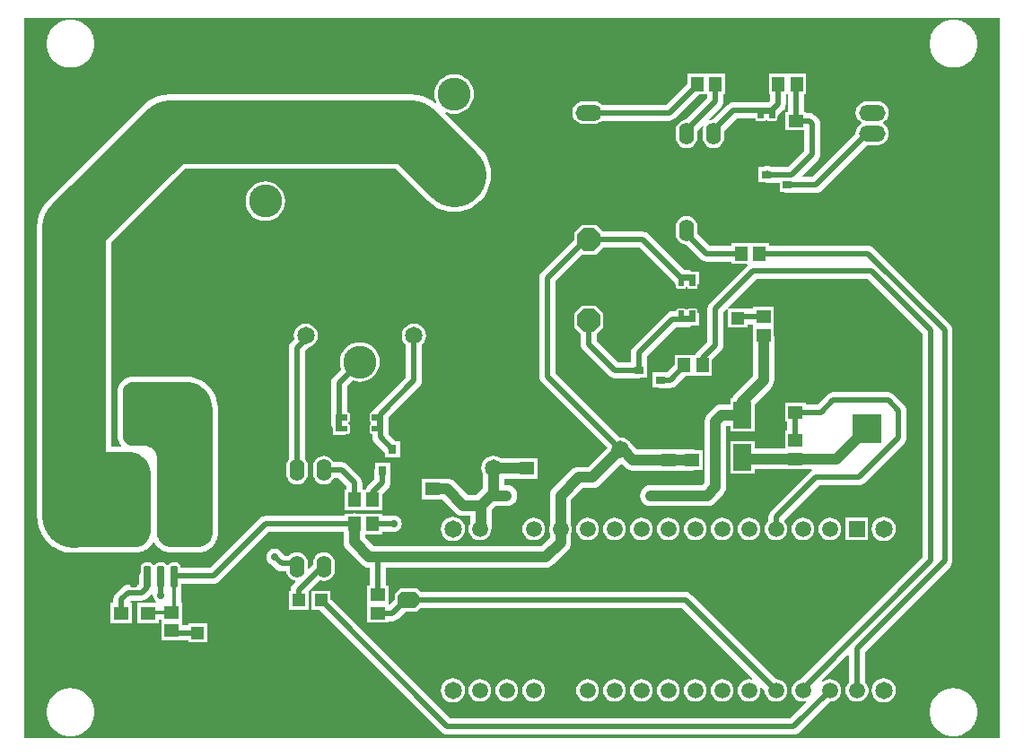
<source format=gtl>
G04*
G04 #@! TF.GenerationSoftware,Altium Limited,Altium Designer,19.1.8 (144)*
G04*
G04 Layer_Physical_Order=1*
G04 Layer_Color=255*
%FSLAX25Y25*%
%MOIN*%
G70*
G01*
G75*
%ADD10C,0.01968*%
%ADD44R,0.05315X0.04528*%
G04:AMPARAMS|DCode=45|XSize=77.56mil|YSize=23.62mil|CornerRadius=2.95mil|HoleSize=0mil|Usage=FLASHONLY|Rotation=270.000|XOffset=0mil|YOffset=0mil|HoleType=Round|Shape=RoundedRectangle|*
%AMROUNDEDRECTD45*
21,1,0.07756,0.01772,0,0,270.0*
21,1,0.07165,0.02362,0,0,270.0*
1,1,0.00591,-0.00886,-0.03583*
1,1,0.00591,-0.00886,0.03583*
1,1,0.00591,0.00886,0.03583*
1,1,0.00591,0.00886,-0.03583*
%
%ADD45ROUNDEDRECTD45*%
%ADD46R,0.03150X0.03543*%
%ADD47O,0.05512X0.08268*%
%ADD48R,0.04724X0.04724*%
%ADD49R,0.06693X0.09843*%
%ADD50R,0.03543X0.03150*%
%ADD51R,0.02362X0.06496*%
%ADD52R,0.05512X0.05118*%
%ADD53R,0.06496X0.02362*%
%ADD54R,0.04724X0.04724*%
%ADD55R,0.04528X0.05315*%
%ADD56C,0.03937*%
%ADD57C,0.01181*%
%ADD58C,0.01000*%
%ADD59C,0.23622*%
G04:AMPARAMS|DCode=60|XSize=80mil|YSize=60mil|CornerRadius=0mil|HoleSize=0mil|Usage=FLASHONLY|Rotation=180.000|XOffset=0mil|YOffset=0mil|HoleType=Round|Shape=Octagon|*
%AMOCTAGOND60*
4,1,8,-0.04000,0.01500,-0.04000,-0.01500,-0.02500,-0.03000,0.02500,-0.03000,0.04000,-0.01500,0.04000,0.01500,0.02500,0.03000,-0.02500,0.03000,-0.04000,0.01500,0.0*
%
%ADD60OCTAGOND60*%

%ADD61R,0.10925X0.10925*%
%ADD62C,0.10925*%
%ADD63C,0.12268*%
%ADD64C,0.06496*%
%ADD65C,0.06500*%
%ADD66P,0.07036X8X202.5*%
%ADD67P,0.09200X8X112.5*%
%ADD68R,0.05937X0.05937*%
%ADD69C,0.05937*%
%ADD70O,0.09843X0.05906*%
%ADD71C,0.02756*%
G36*
X366108Y3971D02*
X3971D01*
Y271620D01*
X366108D01*
Y3971D01*
D02*
G37*
%LPC*%
G36*
X349694Y270905D02*
X348337D01*
X348143Y270866D01*
X347946D01*
X346615Y270601D01*
X346432Y270526D01*
X346238Y270487D01*
X344984Y269968D01*
X344820Y269858D01*
X344637Y269782D01*
X343509Y269028D01*
X343369Y268888D01*
X343205Y268779D01*
X342245Y267819D01*
X342135Y267655D01*
X341995Y267515D01*
X341241Y266387D01*
X341166Y266204D01*
X341056Y266039D01*
X340536Y264786D01*
X340498Y264592D01*
X340422Y264409D01*
X340158Y263078D01*
Y262880D01*
X340119Y262686D01*
Y261329D01*
X340158Y261135D01*
Y260938D01*
X340422Y259607D01*
X340498Y259424D01*
X340536Y259230D01*
X341056Y257976D01*
X341166Y257812D01*
X341241Y257629D01*
X341995Y256501D01*
X342135Y256361D01*
X342245Y256197D01*
X343205Y255237D01*
X343369Y255127D01*
X343509Y254987D01*
X344637Y254233D01*
X344820Y254158D01*
X344984Y254048D01*
X346238Y253529D01*
X346432Y253490D01*
X346615Y253414D01*
X347946Y253150D01*
X348143D01*
X348337Y253111D01*
X349694D01*
X349888Y253150D01*
X350086D01*
X351417Y253414D01*
X351600Y253490D01*
X351794Y253529D01*
X353047Y254048D01*
X353212Y254158D01*
X353394Y254233D01*
X354523Y254987D01*
X354663Y255127D01*
X354827Y255237D01*
X355787Y256197D01*
X355896Y256361D01*
X356036Y256501D01*
X356790Y257629D01*
X356866Y257812D01*
X356976Y257976D01*
X357495Y259230D01*
X357534Y259424D01*
X357609Y259607D01*
X357874Y260938D01*
Y261135D01*
X357913Y261329D01*
Y262686D01*
X357874Y262880D01*
Y263078D01*
X357609Y264409D01*
X357534Y264592D01*
X357495Y264786D01*
X356976Y266039D01*
X356866Y266204D01*
X356790Y266387D01*
X356036Y267515D01*
X355896Y267655D01*
X355787Y267819D01*
X354827Y268779D01*
X354663Y268888D01*
X354523Y269028D01*
X353394Y269782D01*
X353212Y269858D01*
X353047Y269968D01*
X351794Y270487D01*
X351600Y270526D01*
X351417Y270601D01*
X350086Y270866D01*
X349888D01*
X349694Y270905D01*
D02*
G37*
G36*
X21742D02*
X20384D01*
X20190Y270866D01*
X19993D01*
X18662Y270601D01*
X18479Y270526D01*
X18285Y270487D01*
X17031Y269968D01*
X16867Y269858D01*
X16684Y269782D01*
X15556Y269028D01*
X15416Y268888D01*
X15252Y268779D01*
X14292Y267819D01*
X14182Y267655D01*
X14042Y267515D01*
X13288Y266387D01*
X13213Y266204D01*
X13103Y266039D01*
X12584Y264786D01*
X12545Y264592D01*
X12470Y264409D01*
X12205Y263078D01*
Y262880D01*
X12166Y262686D01*
Y261329D01*
X12205Y261135D01*
Y260938D01*
X12470Y259607D01*
X12545Y259424D01*
X12584Y259230D01*
X13103Y257976D01*
X13213Y257812D01*
X13288Y257629D01*
X14042Y256501D01*
X14182Y256361D01*
X14292Y256197D01*
X15252Y255237D01*
X15416Y255127D01*
X15556Y254987D01*
X16684Y254233D01*
X16867Y254158D01*
X17031Y254048D01*
X18285Y253529D01*
X18479Y253490D01*
X18662Y253414D01*
X19993Y253150D01*
X20190D01*
X20384Y253111D01*
X21742D01*
X21935Y253150D01*
X22133D01*
X23464Y253414D01*
X23647Y253490D01*
X23841Y253529D01*
X25095Y254048D01*
X25259Y254158D01*
X25442Y254233D01*
X26570Y254987D01*
X26710Y255127D01*
X26874Y255237D01*
X27834Y256197D01*
X27944Y256361D01*
X28083Y256501D01*
X28837Y257629D01*
X28913Y257812D01*
X29023Y257976D01*
X29542Y259230D01*
X29581Y259424D01*
X29656Y259607D01*
X29921Y260938D01*
Y261135D01*
X29960Y261329D01*
Y262686D01*
X29921Y262880D01*
Y263078D01*
X29656Y264409D01*
X29581Y264592D01*
X29542Y264786D01*
X29023Y266039D01*
X28913Y266204D01*
X28837Y266387D01*
X28083Y267515D01*
X27944Y267655D01*
X27834Y267819D01*
X26874Y268779D01*
X26710Y268888D01*
X26570Y269028D01*
X25442Y269782D01*
X25259Y269858D01*
X25095Y269968D01*
X23841Y270487D01*
X23647Y270526D01*
X23464Y270601D01*
X22133Y270866D01*
X21936D01*
X21742Y270905D01*
D02*
G37*
G36*
X163583Y250676D02*
X162145Y250535D01*
X160763Y250115D01*
X159488Y249434D01*
X158372Y248518D01*
X157455Y247401D01*
X156774Y246127D01*
X156355Y244745D01*
X156213Y243307D01*
X156355Y241869D01*
X156774Y240487D01*
X156952Y240154D01*
X156556Y239836D01*
X155762Y240513D01*
X153913Y241646D01*
X151909Y242476D01*
X149800Y242983D01*
X147638Y243153D01*
X57797D01*
X55634Y242983D01*
X53525Y242476D01*
X51521Y241646D01*
X49672Y240513D01*
X48023Y239104D01*
X12633Y203715D01*
X11225Y202066D01*
X10091Y200217D01*
X9262Y198213D01*
X8755Y196104D01*
X8585Y193941D01*
Y86614D01*
X8755Y84452D01*
X9262Y82343D01*
X10091Y80339D01*
X10265Y80056D01*
X10978Y78821D01*
X11065Y78722D01*
X11124Y78603D01*
X12028Y77425D01*
X12127Y77337D01*
X12201Y77227D01*
X13251Y76177D01*
X13361Y76104D01*
X13448Y76004D01*
X14627Y75100D01*
X14745Y75041D01*
X14845Y74954D01*
X16131Y74212D01*
X16257Y74169D01*
X16367Y74095D01*
X17739Y73527D01*
X17869Y73501D01*
X17987Y73443D01*
X19422Y73058D01*
X19554Y73050D01*
X19679Y73007D01*
X21152Y72813D01*
X21284Y72822D01*
X21414Y72796D01*
X22356D01*
X22407Y72792D01*
X22458Y72796D01*
X45275Y72796D01*
X45339Y72809D01*
X45404Y72800D01*
X45986Y72838D01*
X46178Y72889D01*
X46376Y72901D01*
X47503Y73203D01*
X47681Y73290D01*
X47872Y73341D01*
X48919Y73857D01*
X49076Y73978D01*
X49254Y74066D01*
X50179Y74776D01*
X50310Y74926D01*
X50467Y75046D01*
X51235Y75924D01*
X51334Y76096D01*
X51465Y76246D01*
X51623Y76521D01*
X51719Y76557D01*
X52204Y76529D01*
X52676Y75823D01*
X52816Y75683D01*
X52925Y75519D01*
X53671Y74773D01*
X53836Y74663D01*
X53975Y74523D01*
X54852Y73937D01*
X55035Y73862D01*
X55199Y73752D01*
X56173Y73348D01*
X56367Y73310D01*
X56550Y73234D01*
X57584Y73028D01*
X57782D01*
X57976Y72990D01*
X58503Y72990D01*
X68558Y72990D01*
X69070Y72990D01*
X69262Y73028D01*
X69458Y73027D01*
X70462Y73225D01*
X70643Y73299D01*
X70836Y73337D01*
X71783Y73725D01*
X71947Y73833D01*
X72128Y73907D01*
X72983Y74471D01*
X73122Y74608D01*
X73286Y74716D01*
X74016Y75434D01*
X74126Y75596D01*
X74265Y75734D01*
X74843Y76579D01*
X74919Y76760D01*
X75030Y76921D01*
X75433Y77863D01*
X75473Y78054D01*
X75551Y78234D01*
X75764Y79236D01*
X75767Y79432D01*
X75808Y79623D01*
X75816Y80135D01*
X75816Y80135D01*
X75905Y85953D01*
X75904Y85961D01*
X75905Y85969D01*
X75989Y97605D01*
X75987Y97613D01*
X75989Y97622D01*
X75977Y109258D01*
X75976Y109266D01*
X75977Y109274D01*
X75870Y120911D01*
X75868Y120919D01*
X75870Y120927D01*
X75768Y126744D01*
X75768Y126744D01*
X75752Y127687D01*
X75710Y127878D01*
X75707Y128073D01*
X75311Y129917D01*
X75234Y130096D01*
X75193Y130288D01*
X74449Y132020D01*
X74338Y132181D01*
X74261Y132361D01*
X73197Y133917D01*
X73057Y134054D01*
X72947Y134215D01*
X71602Y135537D01*
X71439Y135644D01*
X71300Y135782D01*
X69725Y136819D01*
X69544Y136892D01*
X69381Y137000D01*
X67636Y137714D01*
X67444Y137752D01*
X67263Y137826D01*
X65413Y138190D01*
X65218Y138189D01*
X65026Y138227D01*
X64083Y138227D01*
X44094Y138227D01*
X44093Y138227D01*
X43745Y138227D01*
X43551Y138189D01*
X43354D01*
X42669Y138053D01*
X42487Y137977D01*
X42293Y137938D01*
X41648Y137671D01*
X41484Y137562D01*
X41301Y137486D01*
X40721Y137098D01*
X40581Y136958D01*
X40416Y136848D01*
X39923Y136355D01*
X39813Y136191D01*
X39673Y136051D01*
X39286Y135470D01*
X39210Y135288D01*
X39100Y135124D01*
X38833Y134479D01*
X38794Y134285D01*
X38719Y134102D01*
X38583Y133418D01*
Y133220D01*
X38544Y133026D01*
X38544Y132677D01*
X38544Y116535D01*
X38544Y116147D01*
X38583Y115954D01*
Y115756D01*
X38734Y114995D01*
X38810Y114813D01*
X38848Y114619D01*
X39145Y113902D01*
X39255Y113738D01*
X39331Y113555D01*
X39761Y112910D01*
X39901Y112771D01*
X39913Y112753D01*
X39708Y112253D01*
X36229D01*
Y188216D01*
X63522Y215509D01*
X141912D01*
X153809Y203612D01*
X155458Y202203D01*
X157308Y201070D01*
X159311Y200240D01*
X161420Y199734D01*
X163583Y199564D01*
X165745Y199734D01*
X167854Y200240D01*
X169858Y201070D01*
X171707Y202203D01*
X173356Y203612D01*
X174765Y205261D01*
X175898Y207111D01*
X176728Y209115D01*
X177235Y211224D01*
X177405Y213386D01*
X177235Y215548D01*
X176728Y217657D01*
X175898Y219661D01*
X174765Y221510D01*
X173356Y223160D01*
X160379Y236137D01*
X160680Y236543D01*
X160763Y236499D01*
X162145Y236079D01*
X163583Y235938D01*
X165020Y236079D01*
X166403Y236499D01*
X167677Y237180D01*
X168794Y238096D01*
X169710Y239213D01*
X170391Y240487D01*
X170810Y241869D01*
X170952Y243307D01*
X170810Y244745D01*
X170391Y246127D01*
X169710Y247401D01*
X168794Y248518D01*
X167677Y249434D01*
X166403Y250115D01*
X165020Y250535D01*
X163583Y250676D01*
D02*
G37*
G36*
X294310Y250905D02*
X280493D01*
Y243190D01*
X280880D01*
Y240781D01*
X280361Y240262D01*
X267284D01*
X266513Y240160D01*
X265794Y239863D01*
X265178Y239389D01*
X259666Y233878D01*
X258889Y233775D01*
X258557Y233638D01*
X258274Y234062D01*
X262755Y238544D01*
X262755Y238544D01*
X263229Y239160D01*
X263526Y239879D01*
X263628Y240650D01*
Y243190D01*
X264113D01*
Y250905D01*
X250296D01*
Y247402D01*
X242290Y239396D01*
X218492D01*
X217646Y240045D01*
X216635Y240463D01*
X215551Y240606D01*
X211614D01*
X210530Y240463D01*
X209520Y240045D01*
X208652Y239379D01*
X207987Y238512D01*
X207568Y237501D01*
X207426Y236417D01*
X207568Y235333D01*
X207987Y234323D01*
X208652Y233455D01*
X209520Y232790D01*
X210530Y232371D01*
X211614Y232229D01*
X215551D01*
X216635Y232371D01*
X217646Y232790D01*
X218492Y233439D01*
X243524D01*
X244294Y233541D01*
X245013Y233838D01*
X245630Y234311D01*
X254508Y243190D01*
X257671D01*
Y241883D01*
X249666Y233878D01*
X248889Y233775D01*
X247926Y233377D01*
X247100Y232743D01*
X246466Y231916D01*
X246067Y230954D01*
X245931Y229921D01*
Y227165D01*
X246067Y226133D01*
X246466Y225170D01*
X247100Y224344D01*
X247926Y223710D01*
X248889Y223311D01*
X249921Y223175D01*
X250954Y223311D01*
X251916Y223710D01*
X252743Y224344D01*
X253377Y225170D01*
X253775Y226133D01*
X253911Y227165D01*
Y229699D01*
X255781Y231569D01*
X256205Y231286D01*
X256067Y230954D01*
X255931Y229921D01*
Y227165D01*
X256067Y226133D01*
X256466Y225170D01*
X257100Y224344D01*
X257926Y223710D01*
X258889Y223311D01*
X259921Y223175D01*
X260954Y223311D01*
X261916Y223710D01*
X262743Y224344D01*
X263377Y225170D01*
X263775Y226133D01*
X263911Y227165D01*
Y229699D01*
X268517Y234305D01*
X275464D01*
Y234134D01*
X275526Y233822D01*
X275703Y233557D01*
X275967Y233380D01*
X276279Y233318D01*
X278543D01*
X278855Y233380D01*
X279120Y233557D01*
X279259Y233766D01*
X279528Y233796D01*
X279796Y233766D01*
X279935Y233557D01*
X280200Y233380D01*
X280512Y233318D01*
X282776D01*
X283088Y233380D01*
X283352Y233557D01*
X283529Y233822D01*
X283591Y234134D01*
Y234902D01*
X283976D01*
Y235453D01*
X285964Y237441D01*
X286438Y238058D01*
X286735Y238776D01*
X286837Y239547D01*
X286837Y239547D01*
Y243190D01*
X287573D01*
Y236732D01*
X286694D01*
Y229804D01*
X293675D01*
Y222297D01*
X287743Y216364D01*
X281398D01*
X280692Y216656D01*
X279921Y216758D01*
X279151Y216656D01*
X278432Y216359D01*
X278174Y216161D01*
X276556D01*
Y213436D01*
X276549Y213386D01*
X276556Y213336D01*
Y210611D01*
X278511D01*
X278757Y210509D01*
X279528Y210408D01*
X284430D01*
Y209696D01*
X284423Y209646D01*
X284430Y209596D01*
Y206871D01*
X286385D01*
X286631Y206769D01*
X287402Y206667D01*
X298031D01*
X298802Y206769D01*
X299521Y207066D01*
X300137Y207540D01*
X316952Y224355D01*
X320866D01*
X321950Y224497D01*
X322960Y224916D01*
X323828Y225582D01*
X324494Y226449D01*
X324912Y227459D01*
X325055Y228543D01*
X324912Y229627D01*
X324494Y230638D01*
X323828Y231505D01*
X322960Y232171D01*
X322817Y232230D01*
Y232730D01*
X322960Y232790D01*
X323828Y233455D01*
X324494Y234323D01*
X324912Y235333D01*
X325055Y236417D01*
X324912Y237501D01*
X324494Y238512D01*
X323828Y239379D01*
X322960Y240045D01*
X321950Y240463D01*
X320866Y240606D01*
X316929D01*
X315845Y240463D01*
X314835Y240045D01*
X313967Y239379D01*
X313302Y238512D01*
X312883Y237501D01*
X312740Y236417D01*
X312883Y235333D01*
X313302Y234323D01*
X313967Y233455D01*
X314835Y232790D01*
X314979Y232730D01*
Y232230D01*
X314835Y232171D01*
X313967Y231505D01*
X313302Y230638D01*
X312883Y229627D01*
X312744Y228570D01*
X296798Y212624D01*
X293080D01*
X292888Y213086D01*
X298760Y218957D01*
X299233Y219574D01*
X299530Y220292D01*
X299632Y221063D01*
X299632Y221063D01*
Y232115D01*
X299530Y232885D01*
X299233Y233604D01*
X298760Y234221D01*
X297606Y235374D01*
X296989Y235847D01*
X296271Y236144D01*
X295500Y236246D01*
X294409D01*
Y236732D01*
X293529D01*
Y243190D01*
X294310D01*
Y250905D01*
D02*
G37*
G36*
X93504Y210913D02*
X92066Y210771D01*
X90684Y210352D01*
X89410Y209671D01*
X88293Y208754D01*
X87377Y207638D01*
X86696Y206363D01*
X86276Y204981D01*
X86135Y203543D01*
X86276Y202106D01*
X86696Y200723D01*
X87377Y199449D01*
X88293Y198332D01*
X89410Y197416D01*
X90684Y196735D01*
X92066Y196316D01*
X93504Y196174D01*
X94942Y196316D01*
X96324Y196735D01*
X97598Y197416D01*
X98715Y198332D01*
X99631Y199449D01*
X100312Y200723D01*
X100732Y202106D01*
X100873Y203543D01*
X100732Y204981D01*
X100312Y206363D01*
X99631Y207638D01*
X98715Y208754D01*
X97598Y209671D01*
X96324Y210352D01*
X94942Y210771D01*
X93504Y210913D01*
D02*
G37*
G36*
X216308Y194663D02*
X210858D01*
X208133Y191938D01*
Y189116D01*
X196162Y177145D01*
X195688Y176529D01*
X195391Y175810D01*
X195290Y175039D01*
Y138347D01*
X195391Y137576D01*
X195688Y136857D01*
X196162Y136240D01*
X220480Y111922D01*
X213316Y104758D01*
X209803D01*
X208775Y104623D01*
X207818Y104226D01*
X206995Y103595D01*
X200302Y96902D01*
X199671Y96080D01*
X199275Y95122D01*
X199139Y94095D01*
Y82960D01*
X199049Y82742D01*
X198906Y81653D01*
X199049Y80565D01*
X199139Y80348D01*
Y78377D01*
X195993Y75231D01*
X133668D01*
X130447Y78452D01*
Y79706D01*
X136830D01*
Y80654D01*
X141131D01*
X141902Y80755D01*
X142620Y81053D01*
X143237Y81526D01*
X143306Y81595D01*
X143779Y82212D01*
X144077Y82931D01*
X144178Y83701D01*
X144077Y84472D01*
X143779Y85190D01*
X143306Y85807D01*
X142689Y86281D01*
X141971Y86578D01*
X141200Y86680D01*
X140674Y86610D01*
X136830D01*
Y87420D01*
X127338D01*
X126476Y87534D01*
X125614Y87420D01*
X123013D01*
Y86541D01*
X93470D01*
X92699Y86440D01*
X91981Y86142D01*
X91364Y85669D01*
X91364Y85669D01*
X72926Y67231D01*
X62076D01*
Y67658D01*
X61960Y68241D01*
X61629Y68735D01*
X61135Y69066D01*
X60551Y69182D01*
X58780D01*
X58196Y69066D01*
X57701Y68735D01*
X57443Y68349D01*
X57268Y68310D01*
X57063D01*
X56888Y68349D01*
X56629Y68735D01*
X56135Y69066D01*
X55551Y69182D01*
X53780D01*
X53196Y69066D01*
X52701Y68735D01*
X52443Y68349D01*
X52268Y68310D01*
X52063D01*
X51888Y68349D01*
X51629Y68735D01*
X51135Y69066D01*
X50551Y69182D01*
X48779D01*
X48196Y69066D01*
X47701Y68735D01*
X47371Y68241D01*
X47255Y67658D01*
Y65784D01*
X47086Y65564D01*
X46789Y64846D01*
X46687Y64075D01*
Y61330D01*
X46406Y61049D01*
X42573D01*
X41802Y60948D01*
X41084Y60650D01*
X40467Y60177D01*
X40467Y60177D01*
X37874Y57584D01*
X37401Y56967D01*
X37104Y56249D01*
X37002Y55478D01*
Y54153D01*
X36024D01*
Y46635D01*
X43936D01*
Y54153D01*
X43574D01*
X43367Y54653D01*
X43807Y55093D01*
X47639D01*
X48410Y55194D01*
X49128Y55492D01*
X49745Y55965D01*
X51225Y57445D01*
X51687Y57253D01*
Y57087D01*
X51789Y56316D01*
X52086Y55598D01*
X52559Y54981D01*
X52987Y54653D01*
X52817Y54153D01*
X45867D01*
Y46635D01*
X53779D01*
Y48108D01*
X54824D01*
Y40335D01*
X58353D01*
X58599Y40233D01*
X59370Y40132D01*
X64765D01*
Y39548D01*
X71889D01*
Y46672D01*
X64765D01*
Y46088D01*
X62539D01*
Y47225D01*
Y54153D01*
X62247D01*
Y61275D01*
X74160D01*
X74931Y61376D01*
X75649Y61674D01*
X76266Y62147D01*
X94704Y80585D01*
X122505D01*
Y76807D01*
X122641Y75779D01*
X123037Y74822D01*
X123669Y73999D01*
X129216Y68452D01*
X130038Y67821D01*
X130996Y67424D01*
X132024Y67289D01*
X132258D01*
Y60747D01*
X131379D01*
Y53820D01*
Y46930D01*
X139094D01*
Y47416D01*
X140748D01*
X141519Y47517D01*
X142237Y47815D01*
X142854Y48288D01*
X145642Y51076D01*
X149753D01*
X150975Y52297D01*
X248255D01*
X274375Y26177D01*
X274268Y25897D01*
X274120Y25725D01*
X273110Y25858D01*
X272022Y25715D01*
X271008Y25295D01*
X270137Y24627D01*
X269469Y23756D01*
X269049Y22742D01*
X268906Y21654D01*
X269049Y20565D01*
X269469Y19551D01*
X270137Y18680D01*
X271008Y18012D01*
X272022Y17592D01*
X273110Y17449D01*
X274198Y17592D01*
X275213Y18012D01*
X276083Y18680D01*
X276751Y19551D01*
X277171Y20565D01*
X277315Y21654D01*
X277182Y22663D01*
X277353Y22811D01*
X277633Y22919D01*
X278907Y21645D01*
X279049Y20565D01*
X279469Y19551D01*
X280137Y18680D01*
X281008Y18012D01*
X282022Y17592D01*
X283110Y17449D01*
X284198Y17592D01*
X285212Y18012D01*
X286083Y18680D01*
X286751Y19551D01*
X287172Y20565D01*
X287315Y21654D01*
X287172Y22742D01*
X286751Y23756D01*
X286083Y24627D01*
X285212Y25295D01*
X284198Y25715D01*
X283119Y25857D01*
X251594Y57381D01*
X250977Y57855D01*
X250259Y58152D01*
X249488Y58254D01*
X150975D01*
X149753Y59476D01*
X143553D01*
X141454Y57376D01*
Y55311D01*
X139594Y53451D01*
X139094Y53563D01*
Y60747D01*
X138215D01*
Y67289D01*
X197638D01*
X198666Y67424D01*
X199623Y67821D01*
X200446Y68452D01*
X205918Y73924D01*
X206549Y74747D01*
X206946Y75704D01*
X207081Y76732D01*
Y80348D01*
X207172Y80565D01*
X207315Y81653D01*
X207172Y82742D01*
X207081Y82960D01*
Y92450D01*
X211448Y96816D01*
X214961D01*
X215988Y96952D01*
X216946Y97348D01*
X217769Y97979D01*
X225741Y105951D01*
X227216Y104476D01*
X228039Y103844D01*
X228996Y103448D01*
X230024Y103313D01*
X251969D01*
X252996Y103448D01*
X253181Y103524D01*
X255924D01*
Y107169D01*
X255940Y107283D01*
X255924Y107398D01*
Y111042D01*
X253181D01*
X252996Y111119D01*
X251969Y111254D01*
X231669D01*
X228895Y114028D01*
X228781Y114116D01*
X228568Y114394D01*
X227638Y115108D01*
X226555Y115556D01*
X225394Y115709D01*
X225149Y115677D01*
X201246Y139580D01*
Y173806D01*
X211203Y183763D01*
X216308D01*
X218779Y186234D01*
X232487D01*
X245552Y173169D01*
Y172619D01*
X245936D01*
Y171850D01*
X245998Y171538D01*
X246175Y171274D01*
X246440Y171097D01*
X246752Y171035D01*
X249016D01*
X249328Y171097D01*
X249592Y171274D01*
X249732Y171482D01*
X250000Y171512D01*
X250268Y171482D01*
X250408Y171274D01*
X250672Y171097D01*
X250984Y171035D01*
X253248D01*
X253560Y171097D01*
X253825Y171274D01*
X254002Y171538D01*
X254064Y171850D01*
Y172619D01*
X254448D01*
Y177381D01*
X251747D01*
X251489Y177579D01*
X250771Y177877D01*
X250000Y177978D01*
X249167D01*
X235826Y191319D01*
X235210Y191792D01*
X234491Y192089D01*
X233720Y192191D01*
X218779D01*
X216308Y194663D01*
D02*
G37*
G36*
Y164663D02*
X210858D01*
X208133Y161938D01*
Y156488D01*
X210604Y154016D01*
Y150276D01*
X210706Y149505D01*
X211003Y148786D01*
X211477Y148170D01*
X221004Y138642D01*
X221004Y138642D01*
X221621Y138169D01*
X222339Y137871D01*
X223110Y137770D01*
X232283D01*
X233054Y137871D01*
X233300Y137973D01*
X235255D01*
Y140698D01*
X235262Y140748D01*
Y146010D01*
X245919Y156667D01*
X250000D01*
X250771Y156769D01*
X251489Y157066D01*
X251747Y157265D01*
X254448D01*
Y162027D01*
X254064D01*
Y162795D01*
X254002Y163107D01*
X253825Y163372D01*
X253560Y163549D01*
X253248Y163611D01*
X250984D01*
X250672Y163549D01*
X250408Y163372D01*
X250268Y163163D01*
X250000Y163133D01*
X249732Y163163D01*
X249592Y163372D01*
X249328Y163549D01*
X249016Y163611D01*
X246752D01*
X246440Y163549D01*
X246175Y163372D01*
X245998Y163107D01*
X245936Y162795D01*
Y162624D01*
X244685D01*
X244685Y162624D01*
X244300Y162573D01*
X243914Y162522D01*
X243196Y162225D01*
X242579Y161752D01*
X230177Y149350D01*
X229704Y148733D01*
X229407Y148015D01*
X229305Y147244D01*
Y143726D01*
X224344D01*
X216561Y151509D01*
Y154016D01*
X219033Y156488D01*
Y161938D01*
X216308Y164663D01*
D02*
G37*
G36*
X128543Y151070D02*
X127106Y150928D01*
X125723Y150509D01*
X124449Y149828D01*
X123332Y148912D01*
X122416Y147795D01*
X121735Y146521D01*
X121316Y145139D01*
X121174Y143701D01*
X121316Y142263D01*
X121683Y141052D01*
X118760Y138129D01*
X118287Y137513D01*
X117989Y136794D01*
X117888Y136024D01*
Y121063D01*
X117989Y120292D01*
X118287Y119574D01*
X118485Y119316D01*
Y116615D01*
X123247D01*
Y116999D01*
X124016D01*
X124328Y117061D01*
X124592Y117238D01*
X124769Y117503D01*
X124831Y117815D01*
Y120079D01*
X124769Y120391D01*
X124592Y120656D01*
X124384Y120795D01*
X124354Y121063D01*
X124384Y121331D01*
X124592Y121470D01*
X124769Y121735D01*
X124831Y122047D01*
Y124311D01*
X124769Y124623D01*
X124592Y124888D01*
X124328Y125065D01*
X124016Y125127D01*
X123844D01*
Y134790D01*
X125895Y136840D01*
X127106Y136473D01*
X128543Y136331D01*
X129981Y136473D01*
X131363Y136892D01*
X132638Y137573D01*
X133754Y138490D01*
X134671Y139607D01*
X135352Y140881D01*
X135771Y142263D01*
X135913Y143701D01*
X135771Y145139D01*
X135352Y146521D01*
X134671Y147795D01*
X133754Y148912D01*
X132638Y149828D01*
X131363Y150509D01*
X129981Y150928D01*
X128543Y151070D01*
D02*
G37*
G36*
X304331Y132506D02*
X303560Y132404D01*
X302842Y132107D01*
X302225Y131633D01*
X302225Y131633D01*
X298569Y127978D01*
X294212D01*
Y128464D01*
X286497D01*
Y121536D01*
X287376D01*
Y118129D01*
X286497D01*
Y111747D01*
X275216D01*
Y114389D01*
X266123D01*
Y102146D01*
X275216D01*
Y103805D01*
X296327D01*
X296418Y103620D01*
X296462Y103305D01*
X295926Y102893D01*
X295925Y102893D01*
X281260Y88228D01*
X280787Y87611D01*
X280489Y86893D01*
X280388Y86122D01*
Y84819D01*
X280137Y84627D01*
X279469Y83756D01*
X279049Y82742D01*
X278906Y81653D01*
X279049Y80565D01*
X279469Y79551D01*
X280137Y78680D01*
X281008Y78012D01*
X282022Y77592D01*
X283110Y77449D01*
X284198Y77592D01*
X285212Y78012D01*
X286083Y78680D01*
X286751Y79551D01*
X287172Y80565D01*
X287315Y81653D01*
X287172Y82742D01*
X286751Y83756D01*
X286344Y84286D01*
Y84888D01*
X299265Y97809D01*
X313779D01*
X314550Y97911D01*
X315269Y98208D01*
X315885Y98681D01*
X330846Y113642D01*
X330846Y113642D01*
X331319Y114259D01*
X331617Y114977D01*
X331718Y115748D01*
X331718Y115748D01*
Y125591D01*
X331617Y126361D01*
X331319Y127080D01*
X330846Y127697D01*
X330846Y127697D01*
X326909Y131633D01*
X326292Y132107D01*
X325574Y132404D01*
X324803Y132506D01*
X304331D01*
X304331Y132506D01*
D02*
G37*
G36*
X148622Y158030D02*
X147461Y157877D01*
X146379Y157429D01*
X145450Y156716D01*
X144737Y155787D01*
X144289Y154704D01*
X144136Y153543D01*
X144289Y152382D01*
X144737Y151300D01*
X145450Y150371D01*
X145644Y150222D01*
Y138046D01*
X134115Y126517D01*
X133641Y125900D01*
X133344Y125182D01*
X133336Y125127D01*
X133071D01*
X132759Y125065D01*
X132494Y124888D01*
X132317Y124623D01*
X132255Y124311D01*
Y122047D01*
X132317Y121735D01*
X132494Y121470D01*
X132703Y121331D01*
X132733Y121063D01*
X132703Y120795D01*
X132494Y120656D01*
X132317Y120391D01*
X132255Y120079D01*
Y117815D01*
X132317Y117503D01*
X132494Y117238D01*
X132759Y117061D01*
X133071Y116999D01*
X133242D01*
Y115802D01*
X133344Y115031D01*
X133641Y114313D01*
X134115Y113696D01*
X137973Y109838D01*
Y108249D01*
X140698D01*
X140748Y108242D01*
X140798Y108249D01*
X143523D01*
Y110204D01*
X143625Y110450D01*
X143726Y111221D01*
Y111275D01*
X143726Y111275D01*
X143726Y111275D01*
Y111417D01*
X143625Y112188D01*
X143523Y112434D01*
Y114192D01*
X142043D01*
X139199Y117036D01*
Y121063D01*
Y123177D01*
X150728Y134707D01*
X151201Y135324D01*
X151499Y136042D01*
X151600Y136813D01*
X151600Y136813D01*
Y150222D01*
X151794Y150371D01*
X152507Y151300D01*
X152956Y152382D01*
X153109Y153543D01*
X152956Y154704D01*
X152507Y155787D01*
X151794Y156716D01*
X150865Y157429D01*
X149783Y157877D01*
X148622Y158030D01*
D02*
G37*
G36*
X108465D02*
X107303Y157877D01*
X106221Y157429D01*
X105292Y156716D01*
X104579Y155787D01*
X104131Y154704D01*
X103978Y153543D01*
X104131Y152382D01*
X104185Y152251D01*
X103130Y151196D01*
X102657Y150579D01*
X102359Y149861D01*
X102258Y149090D01*
Y107538D01*
X101781Y106916D01*
X101382Y105954D01*
X101246Y104921D01*
Y102165D01*
X101382Y101133D01*
X101781Y100170D01*
X102415Y99344D01*
X103241Y98710D01*
X104203Y98311D01*
X105236Y98175D01*
X106269Y98311D01*
X107231Y98710D01*
X108058Y99344D01*
X108692Y100170D01*
X109090Y101133D01*
X109226Y102165D01*
Y104921D01*
X109090Y105954D01*
X108692Y106916D01*
X108214Y107538D01*
Y147856D01*
X109559Y149201D01*
X109626Y149210D01*
X110708Y149658D01*
X111637Y150371D01*
X112350Y151300D01*
X112798Y152382D01*
X112951Y153543D01*
X112798Y154704D01*
X112350Y155787D01*
X111637Y156716D01*
X110708Y157429D01*
X109626Y157877D01*
X108465Y158030D01*
D02*
G37*
G36*
X178228Y108819D02*
X177067Y108666D01*
X175984Y108218D01*
X175055Y107504D01*
X174341Y106575D01*
X173893Y105492D01*
X173740Y104331D01*
X173893Y103169D01*
X174257Y102289D01*
Y96820D01*
X171848Y94411D01*
X168685D01*
X163831Y99265D01*
X163009Y99896D01*
X162051Y100292D01*
X161024Y100428D01*
X155512D01*
X154484Y100292D01*
X154299Y100216D01*
X151556D01*
Y96571D01*
X151541Y96457D01*
X151556Y96342D01*
Y92698D01*
X154299D01*
X154484Y92621D01*
X155512Y92486D01*
X159379D01*
X164233Y87632D01*
X165055Y87001D01*
X166013Y86604D01*
X167041Y86469D01*
X169522D01*
Y83825D01*
X169469Y83756D01*
X169049Y82742D01*
X168906Y81653D01*
X169049Y80565D01*
X169469Y79551D01*
X170137Y78680D01*
X171008Y78012D01*
X172022Y77592D01*
X173110Y77449D01*
X174198Y77592D01*
X175213Y78012D01*
X176083Y78680D01*
X176751Y79551D01*
X177172Y80565D01*
X177184Y80659D01*
X177329Y81008D01*
X177464Y82036D01*
Y88795D01*
X178793Y90123D01*
X183071D01*
X184099Y90259D01*
X185056Y90655D01*
X185879Y91287D01*
X186510Y92109D01*
X186907Y93067D01*
X187042Y94095D01*
X186907Y95122D01*
X186510Y96080D01*
X185879Y96902D01*
X185056Y97534D01*
X184099Y97930D01*
X183071Y98066D01*
X182199D01*
Y100163D01*
X190748D01*
X191776Y100298D01*
X191961Y100375D01*
X194704D01*
Y104019D01*
X194719Y104134D01*
X194704Y104248D01*
Y107893D01*
X191961D01*
X191776Y107969D01*
X190748Y108105D01*
X180620D01*
X180473Y108218D01*
X179390Y108666D01*
X178228Y108819D01*
D02*
G37*
G36*
X115236Y108911D02*
X114204Y108775D01*
X113241Y108377D01*
X112415Y107743D01*
X111781Y106916D01*
X111382Y105954D01*
X111246Y104921D01*
Y102165D01*
X111382Y101133D01*
X111781Y100170D01*
X112415Y99344D01*
X113241Y98710D01*
X114204Y98311D01*
X115236Y98175D01*
X116269Y98311D01*
X117231Y98710D01*
X118058Y99344D01*
X118692Y100170D01*
X118855Y100565D01*
X120618D01*
X123498Y97685D01*
Y96377D01*
X123013D01*
Y88662D01*
X136830D01*
Y94529D01*
X139114Y96813D01*
X139114Y96813D01*
X139587Y97430D01*
X139885Y98148D01*
X139986Y98919D01*
Y103347D01*
X139885Y104117D01*
X139783Y104363D01*
Y106318D01*
X137058D01*
X137008Y106325D01*
X136958Y106318D01*
X134233D01*
Y104363D01*
X134131Y104117D01*
X134030Y103347D01*
Y100153D01*
X131260Y97383D01*
X130787Y96766D01*
X130626Y96377D01*
X129455D01*
Y98919D01*
X129455Y98919D01*
X129404Y99304D01*
X129353Y99690D01*
X129056Y100408D01*
X128582Y101025D01*
X123958Y105649D01*
X123341Y106123D01*
X122623Y106420D01*
X121852Y106521D01*
X118855D01*
X118692Y106916D01*
X118058Y107743D01*
X117231Y108377D01*
X116269Y108775D01*
X115236Y108911D01*
D02*
G37*
G36*
X317279Y85822D02*
X308942D01*
Y77485D01*
X317279D01*
Y85822D01*
D02*
G37*
G36*
X303110Y85858D02*
X302022Y85715D01*
X301008Y85295D01*
X300137Y84627D01*
X299469Y83756D01*
X299049Y82742D01*
X298906Y81653D01*
X299049Y80565D01*
X299469Y79551D01*
X300137Y78680D01*
X301008Y78012D01*
X302022Y77592D01*
X303110Y77449D01*
X304198Y77592D01*
X305212Y78012D01*
X306083Y78680D01*
X306751Y79551D01*
X307172Y80565D01*
X307315Y81653D01*
X307172Y82742D01*
X306751Y83756D01*
X306083Y84627D01*
X305212Y85295D01*
X304198Y85715D01*
X303110Y85858D01*
D02*
G37*
G36*
X293110D02*
X292022Y85715D01*
X291008Y85295D01*
X290137Y84627D01*
X289469Y83756D01*
X289049Y82742D01*
X288906Y81653D01*
X289049Y80565D01*
X289469Y79551D01*
X290137Y78680D01*
X291008Y78012D01*
X292022Y77592D01*
X293110Y77449D01*
X294198Y77592D01*
X295213Y78012D01*
X296083Y78680D01*
X296751Y79551D01*
X297171Y80565D01*
X297315Y81653D01*
X297171Y82742D01*
X296751Y83756D01*
X296083Y84627D01*
X295213Y85295D01*
X294198Y85715D01*
X293110Y85858D01*
D02*
G37*
G36*
X273110D02*
X272022Y85715D01*
X271008Y85295D01*
X270137Y84627D01*
X269469Y83756D01*
X269049Y82742D01*
X268906Y81653D01*
X269049Y80565D01*
X269469Y79551D01*
X270137Y78680D01*
X271008Y78012D01*
X272022Y77592D01*
X273110Y77449D01*
X274198Y77592D01*
X275213Y78012D01*
X276083Y78680D01*
X276751Y79551D01*
X277171Y80565D01*
X277315Y81653D01*
X277171Y82742D01*
X276751Y83756D01*
X276083Y84627D01*
X275213Y85295D01*
X274198Y85715D01*
X273110Y85858D01*
D02*
G37*
G36*
X263110D02*
X262022Y85715D01*
X261008Y85295D01*
X260137Y84627D01*
X259469Y83756D01*
X259049Y82742D01*
X258906Y81653D01*
X259049Y80565D01*
X259469Y79551D01*
X260137Y78680D01*
X261008Y78012D01*
X262022Y77592D01*
X263110Y77449D01*
X264198Y77592D01*
X265212Y78012D01*
X266083Y78680D01*
X266751Y79551D01*
X267172Y80565D01*
X267315Y81653D01*
X267172Y82742D01*
X266751Y83756D01*
X266083Y84627D01*
X265212Y85295D01*
X264198Y85715D01*
X263110Y85858D01*
D02*
G37*
G36*
X253110D02*
X252022Y85715D01*
X251008Y85295D01*
X250137Y84627D01*
X249469Y83756D01*
X249049Y82742D01*
X248906Y81653D01*
X249049Y80565D01*
X249469Y79551D01*
X250137Y78680D01*
X251008Y78012D01*
X252022Y77592D01*
X253110Y77449D01*
X254198Y77592D01*
X255212Y78012D01*
X256083Y78680D01*
X256751Y79551D01*
X257172Y80565D01*
X257315Y81653D01*
X257172Y82742D01*
X256751Y83756D01*
X256083Y84627D01*
X255212Y85295D01*
X254198Y85715D01*
X253110Y85858D01*
D02*
G37*
G36*
X243110D02*
X242022Y85715D01*
X241008Y85295D01*
X240137Y84627D01*
X239469Y83756D01*
X239049Y82742D01*
X238906Y81653D01*
X239049Y80565D01*
X239469Y79551D01*
X240137Y78680D01*
X241008Y78012D01*
X242022Y77592D01*
X243110Y77449D01*
X244198Y77592D01*
X245213Y78012D01*
X246083Y78680D01*
X246751Y79551D01*
X247171Y80565D01*
X247315Y81653D01*
X247171Y82742D01*
X246751Y83756D01*
X246083Y84627D01*
X245213Y85295D01*
X244198Y85715D01*
X243110Y85858D01*
D02*
G37*
G36*
X233110D02*
X232022Y85715D01*
X231008Y85295D01*
X230137Y84627D01*
X229469Y83756D01*
X229049Y82742D01*
X228906Y81653D01*
X229049Y80565D01*
X229469Y79551D01*
X230137Y78680D01*
X231008Y78012D01*
X232022Y77592D01*
X233110Y77449D01*
X234198Y77592D01*
X235212Y78012D01*
X236083Y78680D01*
X236751Y79551D01*
X237172Y80565D01*
X237315Y81653D01*
X237172Y82742D01*
X236751Y83756D01*
X236083Y84627D01*
X235212Y85295D01*
X234198Y85715D01*
X233110Y85858D01*
D02*
G37*
G36*
X223110D02*
X222022Y85715D01*
X221008Y85295D01*
X220137Y84627D01*
X219469Y83756D01*
X219049Y82742D01*
X218906Y81653D01*
X219049Y80565D01*
X219469Y79551D01*
X220137Y78680D01*
X221008Y78012D01*
X222022Y77592D01*
X223110Y77449D01*
X224198Y77592D01*
X225213Y78012D01*
X226083Y78680D01*
X226751Y79551D01*
X227171Y80565D01*
X227315Y81653D01*
X227171Y82742D01*
X226751Y83756D01*
X226083Y84627D01*
X225213Y85295D01*
X224198Y85715D01*
X223110Y85858D01*
D02*
G37*
G36*
X213110D02*
X212022Y85715D01*
X211008Y85295D01*
X210137Y84627D01*
X209469Y83756D01*
X209049Y82742D01*
X208906Y81653D01*
X209049Y80565D01*
X209469Y79551D01*
X210137Y78680D01*
X211008Y78012D01*
X212022Y77592D01*
X213110Y77449D01*
X214198Y77592D01*
X215212Y78012D01*
X216083Y78680D01*
X216751Y79551D01*
X217172Y80565D01*
X217315Y81653D01*
X217172Y82742D01*
X216751Y83756D01*
X216083Y84627D01*
X215212Y85295D01*
X214198Y85715D01*
X213110Y85858D01*
D02*
G37*
G36*
X193110D02*
X192022Y85715D01*
X191008Y85295D01*
X190137Y84627D01*
X189469Y83756D01*
X189049Y82742D01*
X188906Y81653D01*
X189049Y80565D01*
X189469Y79551D01*
X190137Y78680D01*
X191008Y78012D01*
X192022Y77592D01*
X193110Y77449D01*
X194198Y77592D01*
X195212Y78012D01*
X196083Y78680D01*
X196751Y79551D01*
X197171Y80565D01*
X197315Y81653D01*
X197171Y82742D01*
X196751Y83756D01*
X196083Y84627D01*
X195212Y85295D01*
X194198Y85715D01*
X193110Y85858D01*
D02*
G37*
G36*
X323110Y86142D02*
X321949Y85989D01*
X320866Y85541D01*
X319936Y84827D01*
X319223Y83898D01*
X318775Y82815D01*
X318622Y81653D01*
X318775Y80492D01*
X319223Y79409D01*
X319936Y78480D01*
X320866Y77767D01*
X321949Y77318D01*
X323110Y77165D01*
X324272Y77318D01*
X325354Y77767D01*
X326284Y78480D01*
X326997Y79409D01*
X327446Y80492D01*
X327599Y81653D01*
X327446Y82815D01*
X326997Y83898D01*
X326284Y84827D01*
X325354Y85541D01*
X324272Y85989D01*
X323110Y86142D01*
D02*
G37*
G36*
X163110D02*
X161949Y85989D01*
X160866Y85541D01*
X159936Y84827D01*
X159223Y83898D01*
X158775Y82815D01*
X158622Y81653D01*
X158775Y80492D01*
X159223Y79409D01*
X159936Y78480D01*
X160866Y77767D01*
X161949Y77318D01*
X163110Y77165D01*
X164272Y77318D01*
X165354Y77767D01*
X166284Y78480D01*
X166997Y79409D01*
X167446Y80492D01*
X167599Y81653D01*
X167446Y82815D01*
X166997Y83898D01*
X166284Y84827D01*
X165354Y85541D01*
X164272Y85989D01*
X163110Y86142D01*
D02*
G37*
G36*
X97063Y74238D02*
X96850D01*
X96080Y74137D01*
X95361Y73839D01*
X94744Y73366D01*
X94271Y72749D01*
X93974Y72031D01*
X93872Y71260D01*
X93974Y70489D01*
X94271Y69771D01*
X94744Y69154D01*
X95361Y68681D01*
X95480Y68631D01*
X97422Y66690D01*
X97422Y66690D01*
X98038Y66217D01*
X98757Y65919D01*
X99528Y65817D01*
X99528Y65818D01*
X101315D01*
X101382Y65306D01*
X101781Y64344D01*
X102415Y63517D01*
X103241Y62883D01*
X104203Y62485D01*
X104456Y62451D01*
X104616Y61978D01*
X103800Y61161D01*
X103326Y60544D01*
X103029Y59826D01*
X102927Y59055D01*
Y58680D01*
X102343D01*
Y51556D01*
X109468D01*
Y58406D01*
X113739Y62677D01*
X114204Y62485D01*
X115236Y62349D01*
X116269Y62485D01*
X117231Y62883D01*
X118058Y63517D01*
X118692Y64344D01*
X119090Y65306D01*
X119226Y66339D01*
Y69095D01*
X119090Y70127D01*
X118692Y71090D01*
X118058Y71916D01*
X117231Y72550D01*
X116269Y72949D01*
X115236Y73084D01*
X114204Y72949D01*
X113241Y72550D01*
X112415Y71916D01*
X111781Y71090D01*
X111382Y70127D01*
X111246Y69095D01*
Y68570D01*
X111083Y68445D01*
X109688Y67050D01*
X109226Y67241D01*
Y69095D01*
X109090Y70127D01*
X108692Y71090D01*
X108058Y71916D01*
X107231Y72550D01*
X106269Y72949D01*
X105236Y73084D01*
X104203Y72949D01*
X103241Y72550D01*
X102415Y71916D01*
X102306Y71774D01*
X100761D01*
X99169Y73366D01*
X98553Y73839D01*
X97834Y74137D01*
X97063Y74238D01*
D02*
G37*
G36*
X263110Y25858D02*
X262022Y25715D01*
X261008Y25295D01*
X260137Y24627D01*
X259469Y23756D01*
X259049Y22742D01*
X258906Y21654D01*
X259049Y20565D01*
X259469Y19551D01*
X260137Y18680D01*
X261008Y18012D01*
X262022Y17592D01*
X263110Y17449D01*
X264198Y17592D01*
X265212Y18012D01*
X266083Y18680D01*
X266751Y19551D01*
X267172Y20565D01*
X267315Y21654D01*
X267172Y22742D01*
X266751Y23756D01*
X266083Y24627D01*
X265212Y25295D01*
X264198Y25715D01*
X263110Y25858D01*
D02*
G37*
G36*
X253110D02*
X252022Y25715D01*
X251008Y25295D01*
X250137Y24627D01*
X249469Y23756D01*
X249049Y22742D01*
X248906Y21654D01*
X249049Y20565D01*
X249469Y19551D01*
X250137Y18680D01*
X251008Y18012D01*
X252022Y17592D01*
X253110Y17449D01*
X254198Y17592D01*
X255212Y18012D01*
X256083Y18680D01*
X256751Y19551D01*
X257172Y20565D01*
X257315Y21654D01*
X257172Y22742D01*
X256751Y23756D01*
X256083Y24627D01*
X255212Y25295D01*
X254198Y25715D01*
X253110Y25858D01*
D02*
G37*
G36*
X243110D02*
X242022Y25715D01*
X241008Y25295D01*
X240137Y24627D01*
X239469Y23756D01*
X239049Y22742D01*
X238906Y21654D01*
X239049Y20565D01*
X239469Y19551D01*
X240137Y18680D01*
X241008Y18012D01*
X242022Y17592D01*
X243110Y17449D01*
X244198Y17592D01*
X245213Y18012D01*
X246083Y18680D01*
X246751Y19551D01*
X247171Y20565D01*
X247315Y21654D01*
X247171Y22742D01*
X246751Y23756D01*
X246083Y24627D01*
X245213Y25295D01*
X244198Y25715D01*
X243110Y25858D01*
D02*
G37*
G36*
X233110D02*
X232022Y25715D01*
X231008Y25295D01*
X230137Y24627D01*
X229469Y23756D01*
X229049Y22742D01*
X228906Y21654D01*
X229049Y20565D01*
X229469Y19551D01*
X230137Y18680D01*
X231008Y18012D01*
X232022Y17592D01*
X233110Y17449D01*
X234198Y17592D01*
X235212Y18012D01*
X236083Y18680D01*
X236751Y19551D01*
X237172Y20565D01*
X237315Y21654D01*
X237172Y22742D01*
X236751Y23756D01*
X236083Y24627D01*
X235212Y25295D01*
X234198Y25715D01*
X233110Y25858D01*
D02*
G37*
G36*
X223110D02*
X222022Y25715D01*
X221008Y25295D01*
X220137Y24627D01*
X219469Y23756D01*
X219049Y22742D01*
X218906Y21654D01*
X219049Y20565D01*
X219469Y19551D01*
X220137Y18680D01*
X221008Y18012D01*
X222022Y17592D01*
X223110Y17449D01*
X224198Y17592D01*
X225213Y18012D01*
X226083Y18680D01*
X226751Y19551D01*
X227171Y20565D01*
X227315Y21654D01*
X227171Y22742D01*
X226751Y23756D01*
X226083Y24627D01*
X225213Y25295D01*
X224198Y25715D01*
X223110Y25858D01*
D02*
G37*
G36*
X213110D02*
X212022Y25715D01*
X211008Y25295D01*
X210137Y24627D01*
X209469Y23756D01*
X209049Y22742D01*
X208906Y21654D01*
X209049Y20565D01*
X209469Y19551D01*
X210137Y18680D01*
X211008Y18012D01*
X212022Y17592D01*
X213110Y17449D01*
X214198Y17592D01*
X215212Y18012D01*
X216083Y18680D01*
X216751Y19551D01*
X217172Y20565D01*
X217315Y21654D01*
X217172Y22742D01*
X216751Y23756D01*
X216083Y24627D01*
X215212Y25295D01*
X214198Y25715D01*
X213110Y25858D01*
D02*
G37*
G36*
X193110D02*
X192022Y25715D01*
X191008Y25295D01*
X190137Y24627D01*
X189469Y23756D01*
X189049Y22742D01*
X188906Y21654D01*
X189049Y20565D01*
X189469Y19551D01*
X190137Y18680D01*
X191008Y18012D01*
X192022Y17592D01*
X193110Y17449D01*
X194198Y17592D01*
X195212Y18012D01*
X196083Y18680D01*
X196751Y19551D01*
X197171Y20565D01*
X197315Y21654D01*
X197171Y22742D01*
X196751Y23756D01*
X196083Y24627D01*
X195212Y25295D01*
X194198Y25715D01*
X193110Y25858D01*
D02*
G37*
G36*
X183110D02*
X182022Y25715D01*
X181008Y25295D01*
X180137Y24627D01*
X179469Y23756D01*
X179049Y22742D01*
X178906Y21654D01*
X179049Y20565D01*
X179469Y19551D01*
X180137Y18680D01*
X181008Y18012D01*
X182022Y17592D01*
X183110Y17449D01*
X184198Y17592D01*
X185213Y18012D01*
X186083Y18680D01*
X186751Y19551D01*
X187171Y20565D01*
X187315Y21654D01*
X187171Y22742D01*
X186751Y23756D01*
X186083Y24627D01*
X185213Y25295D01*
X184198Y25715D01*
X183110Y25858D01*
D02*
G37*
G36*
X173110D02*
X172022Y25715D01*
X171008Y25295D01*
X170137Y24627D01*
X169469Y23756D01*
X169049Y22742D01*
X168906Y21654D01*
X169049Y20565D01*
X169469Y19551D01*
X170137Y18680D01*
X171008Y18012D01*
X172022Y17592D01*
X173110Y17449D01*
X174198Y17592D01*
X175213Y18012D01*
X176083Y18680D01*
X176751Y19551D01*
X177172Y20565D01*
X177315Y21654D01*
X177172Y22742D01*
X176751Y23756D01*
X176083Y24627D01*
X175213Y25295D01*
X174198Y25715D01*
X173110Y25858D01*
D02*
G37*
G36*
X323110Y26142D02*
X321949Y25989D01*
X320866Y25541D01*
X319936Y24827D01*
X319223Y23898D01*
X318775Y22815D01*
X318622Y21654D01*
X318775Y20492D01*
X319223Y19409D01*
X319936Y18480D01*
X320866Y17766D01*
X321949Y17318D01*
X323110Y17165D01*
X324272Y17318D01*
X325354Y17766D01*
X326284Y18480D01*
X326997Y19409D01*
X327446Y20492D01*
X327599Y21654D01*
X327446Y22815D01*
X326997Y23898D01*
X326284Y24827D01*
X325354Y25541D01*
X324272Y25989D01*
X323110Y26142D01*
D02*
G37*
G36*
X163110D02*
X161949Y25989D01*
X160866Y25541D01*
X159936Y24827D01*
X159223Y23898D01*
X158775Y22815D01*
X158622Y21654D01*
X158775Y20492D01*
X159223Y19409D01*
X159936Y18480D01*
X160866Y17766D01*
X161949Y17318D01*
X163110Y17165D01*
X164272Y17318D01*
X165354Y17766D01*
X166284Y18480D01*
X166997Y19409D01*
X167446Y20492D01*
X167599Y21654D01*
X167446Y22815D01*
X166997Y23898D01*
X166284Y24827D01*
X165354Y25541D01*
X164272Y25989D01*
X163110Y26142D01*
D02*
G37*
G36*
X249921Y198084D02*
X248889Y197949D01*
X247926Y197550D01*
X247100Y196916D01*
X246466Y196089D01*
X246067Y195127D01*
X245931Y194095D01*
Y191339D01*
X246067Y190306D01*
X246466Y189344D01*
X247100Y188517D01*
X247926Y187883D01*
X248889Y187485D01*
X249666Y187382D01*
X255099Y181949D01*
X255716Y181476D01*
X256434Y181178D01*
X257205Y181077D01*
X257205Y181077D01*
X266713D01*
Y180198D01*
X272373D01*
X272543Y179698D01*
X272500Y179665D01*
X258524Y165689D01*
X258051Y165072D01*
X257753Y164354D01*
X257652Y163583D01*
Y151334D01*
X253701Y147383D01*
X253228Y146766D01*
X253067Y146377D01*
X245454D01*
Y142874D01*
X242566Y139986D01*
X240158D01*
X239387Y139885D01*
X239141Y139783D01*
X237186D01*
Y137058D01*
X237179Y137008D01*
X237186Y136958D01*
Y134233D01*
X239141D01*
X239387Y134131D01*
X240158Y134030D01*
X243799D01*
X244570Y134131D01*
X245288Y134429D01*
X245905Y134902D01*
X249665Y138662D01*
X259271D01*
Y144529D01*
X262736Y147994D01*
X262736Y147994D01*
X263209Y148611D01*
X263507Y149329D01*
X263608Y150100D01*
X263608Y150100D01*
Y162349D01*
X264835Y163576D01*
X265335Y163369D01*
X265335Y163198D01*
Y156477D01*
X272460D01*
Y157679D01*
X274686D01*
Y153913D01*
X274572Y153051D01*
Y138556D01*
X267861Y131845D01*
X267230Y131023D01*
X266863Y130137D01*
X266123D01*
Y127987D01*
X262936D01*
X261908Y127851D01*
X260951Y127455D01*
X260128Y126824D01*
X257822Y124517D01*
X257191Y123695D01*
X256794Y122737D01*
X256659Y121710D01*
Y98889D01*
X255836Y98066D01*
X236614D01*
X235586Y97930D01*
X234629Y97534D01*
X233806Y96902D01*
X233175Y96080D01*
X232779Y95122D01*
X232643Y94095D01*
X232779Y93067D01*
X233175Y92109D01*
X233806Y91287D01*
X234629Y90655D01*
X235586Y90259D01*
X236614Y90123D01*
X257480D01*
X258508Y90259D01*
X259466Y90655D01*
X260288Y91287D01*
X263438Y94436D01*
X264069Y95259D01*
X264466Y96216D01*
X264601Y97244D01*
Y120045D01*
X266123D01*
Y117894D01*
X275216D01*
Y127968D01*
X281351Y134103D01*
X281982Y134925D01*
X282379Y135883D01*
X282514Y136911D01*
Y153051D01*
X282401Y153913D01*
Y157194D01*
Y164121D01*
X274686D01*
Y163636D01*
X269516D01*
X269516Y163636D01*
X269256Y163602D01*
X265756D01*
X265568Y163602D01*
X265361Y164102D01*
X275840Y174581D01*
X317270D01*
X337573Y154278D01*
Y71115D01*
X292195Y25738D01*
X292022Y25715D01*
X291008Y25295D01*
X290137Y24627D01*
X289469Y23756D01*
X289049Y22742D01*
X288906Y21654D01*
X289049Y20565D01*
X289469Y19551D01*
X290137Y18680D01*
X291008Y18012D01*
X292022Y17592D01*
X293110Y17449D01*
X294120Y17582D01*
X294268Y17411D01*
X294375Y17130D01*
X288491Y11246D01*
X162257D01*
X117735Y55768D01*
Y58680D01*
X110611D01*
Y51556D01*
X113524D01*
X158918Y6162D01*
X158918Y6162D01*
X159535Y5689D01*
X160253Y5391D01*
X161024Y5289D01*
X161024Y5289D01*
X289724D01*
X290495Y5391D01*
X291213Y5689D01*
X291830Y6162D01*
X303119Y17450D01*
X304198Y17592D01*
X305212Y18012D01*
X306083Y18680D01*
X306751Y19551D01*
X307172Y20565D01*
X307315Y21654D01*
X307172Y22742D01*
X306751Y23756D01*
X306083Y24627D01*
X305212Y25295D01*
X304198Y25715D01*
X303110Y25858D01*
X302022Y25715D01*
X301008Y25295D01*
X300471Y24882D01*
X300140Y25259D01*
X309670Y34789D01*
X310132Y34598D01*
Y24620D01*
X309469Y23756D01*
X309049Y22742D01*
X308906Y21654D01*
X309049Y20565D01*
X309469Y19551D01*
X310137Y18680D01*
X311008Y18012D01*
X312022Y17592D01*
X313110Y17449D01*
X314198Y17592D01*
X315212Y18012D01*
X316083Y18680D01*
X316751Y19551D01*
X316840Y19766D01*
X317146Y20164D01*
X317444Y20883D01*
X317545Y21654D01*
X317444Y22424D01*
X317146Y23143D01*
X316840Y23541D01*
X316751Y23756D01*
X316089Y24620D01*
Y36006D01*
X347858Y67776D01*
X348331Y68393D01*
X348629Y69111D01*
X348730Y69882D01*
Y155527D01*
X348730Y155527D01*
X348629Y156298D01*
X348331Y157016D01*
X347858Y157633D01*
X347858Y157633D01*
X319330Y186161D01*
X318713Y186634D01*
X317995Y186932D01*
X317224Y187033D01*
X280531D01*
Y187913D01*
X266713D01*
Y187033D01*
X258438D01*
X253911Y191560D01*
Y194095D01*
X253775Y195127D01*
X253377Y196089D01*
X252743Y196916D01*
X251916Y197550D01*
X250954Y197949D01*
X249921Y198084D01*
D02*
G37*
G36*
X349694Y22479D02*
X348337D01*
X348143Y22441D01*
X347946D01*
X346615Y22176D01*
X346432Y22100D01*
X346238Y22062D01*
X344984Y21543D01*
X344820Y21433D01*
X344637Y21357D01*
X343509Y20603D01*
X343369Y20463D01*
X343205Y20354D01*
X342245Y19394D01*
X342135Y19229D01*
X341995Y19090D01*
X341241Y17961D01*
X341166Y17779D01*
X341056Y17614D01*
X340536Y16360D01*
X340498Y16166D01*
X340422Y15984D01*
X340158Y14653D01*
Y14455D01*
X340119Y14261D01*
Y12904D01*
X340158Y12710D01*
Y12513D01*
X340422Y11181D01*
X340498Y10999D01*
X340536Y10805D01*
X341056Y9551D01*
X341166Y9387D01*
X341241Y9204D01*
X341995Y8076D01*
X342135Y7936D01*
X342245Y7772D01*
X343205Y6812D01*
X343369Y6702D01*
X343509Y6562D01*
X344637Y5808D01*
X344820Y5733D01*
X344984Y5623D01*
X346238Y5103D01*
X346432Y5065D01*
X346615Y4989D01*
X347946Y4724D01*
X348143D01*
X348337Y4686D01*
X349694D01*
X349888Y4724D01*
X350086D01*
X351417Y4989D01*
X351600Y5065D01*
X351794Y5103D01*
X353047Y5623D01*
X353212Y5733D01*
X353394Y5808D01*
X354523Y6562D01*
X354663Y6702D01*
X354827Y6812D01*
X355787Y7772D01*
X355896Y7936D01*
X356036Y8076D01*
X356790Y9204D01*
X356866Y9387D01*
X356976Y9551D01*
X357495Y10805D01*
X357534Y10999D01*
X357609Y11181D01*
X357874Y12513D01*
Y12710D01*
X357913Y12904D01*
Y14261D01*
X357874Y14455D01*
Y14653D01*
X357609Y15984D01*
X357534Y16166D01*
X357495Y16360D01*
X356976Y17614D01*
X356866Y17779D01*
X356790Y17961D01*
X356036Y19090D01*
X355896Y19229D01*
X355787Y19394D01*
X354827Y20354D01*
X354663Y20463D01*
X354523Y20603D01*
X353394Y21357D01*
X353212Y21433D01*
X353047Y21543D01*
X351794Y22062D01*
X351600Y22100D01*
X351417Y22176D01*
X350086Y22441D01*
X349888D01*
X349694Y22479D01*
D02*
G37*
G36*
X21742D02*
X20384D01*
X20190Y22441D01*
X19993D01*
X18662Y22176D01*
X18479Y22100D01*
X18285Y22062D01*
X17031Y21543D01*
X16867Y21433D01*
X16684Y21357D01*
X15556Y20603D01*
X15416Y20463D01*
X15252Y20354D01*
X14292Y19394D01*
X14182Y19229D01*
X14042Y19090D01*
X13288Y17961D01*
X13213Y17779D01*
X13103Y17614D01*
X12584Y16360D01*
X12545Y16166D01*
X12470Y15984D01*
X12205Y14653D01*
Y14455D01*
X12166Y14261D01*
Y12904D01*
X12205Y12710D01*
Y12513D01*
X12470Y11181D01*
X12545Y10999D01*
X12584Y10805D01*
X13103Y9551D01*
X13213Y9387D01*
X13288Y9204D01*
X14042Y8076D01*
X14182Y7936D01*
X14292Y7772D01*
X15252Y6812D01*
X15416Y6702D01*
X15556Y6562D01*
X16684Y5808D01*
X16867Y5733D01*
X17031Y5623D01*
X18285Y5103D01*
X18479Y5065D01*
X18662Y4989D01*
X19993Y4724D01*
X20190D01*
X20384Y4686D01*
X21742D01*
X21935Y4724D01*
X22133D01*
X23464Y4989D01*
X23647Y5065D01*
X23841Y5103D01*
X25095Y5623D01*
X25259Y5733D01*
X25442Y5808D01*
X26570Y6562D01*
X26710Y6702D01*
X26874Y6812D01*
X27834Y7772D01*
X27944Y7936D01*
X28083Y8076D01*
X28837Y9204D01*
X28913Y9387D01*
X29023Y9551D01*
X29542Y10805D01*
X29581Y10999D01*
X29656Y11181D01*
X29921Y12513D01*
Y12710D01*
X29960Y12904D01*
Y14261D01*
X29921Y14455D01*
Y14653D01*
X29656Y15984D01*
X29581Y16166D01*
X29542Y16360D01*
X29023Y17614D01*
X28913Y17779D01*
X28837Y17961D01*
X28083Y19090D01*
X27944Y19229D01*
X27834Y19394D01*
X26874Y20354D01*
X26710Y20463D01*
X26570Y20603D01*
X25442Y21357D01*
X25259Y21433D01*
X25095Y21543D01*
X23841Y22062D01*
X23647Y22100D01*
X23464Y22176D01*
X22133Y22441D01*
X21936D01*
X21742Y22479D01*
D02*
G37*
%LPD*%
G36*
X66876Y135857D02*
X68621Y135143D01*
X70196Y134106D01*
X71540Y132784D01*
X72605Y131228D01*
X73349Y129495D01*
X73745Y127652D01*
X73761Y126709D01*
X73761D01*
X73761Y126709D01*
X73863Y120892D01*
X73970Y109256D01*
X73982Y97620D01*
X73898Y85983D01*
X73809Y80166D01*
X73809Y80166D01*
X73809Y80166D01*
X73801Y79654D01*
X73588Y78652D01*
X73185Y77711D01*
X72607Y76865D01*
X71878Y76146D01*
X71023Y75582D01*
X70075Y75194D01*
X69070Y74997D01*
X68558Y74997D01*
X68558Y74997D01*
X68558Y74997D01*
X58503Y74997D01*
X57976Y74997D01*
X56942Y75203D01*
X55967Y75606D01*
X55090Y76192D01*
X54345Y76938D01*
X53759Y77815D01*
X53355Y78789D01*
X53150Y79823D01*
X53150Y80350D01*
Y108244D01*
X53129Y108671D01*
X52962Y109508D01*
X52635Y110297D01*
X52161Y111006D01*
X51557Y111610D01*
X50848Y112084D01*
X50059Y112411D01*
X49260Y112570D01*
X49222Y112577D01*
X48796Y112598D01*
X48795Y112598D01*
X48795Y112598D01*
X48795Y112598D01*
X44488Y112598D01*
X44100Y112598D01*
X43340Y112750D01*
X42623Y113046D01*
X41978Y113477D01*
X41430Y114025D01*
X40999Y114670D01*
X40703Y115387D01*
X40551Y116147D01*
X40551Y116535D01*
X40551Y132677D01*
X40551Y133026D01*
X40687Y133711D01*
X40954Y134355D01*
X41342Y134936D01*
X41836Y135429D01*
X42416Y135817D01*
X43061Y136084D01*
X43745Y136220D01*
X44094Y136220D01*
X44094Y136221D01*
X64083Y136221D01*
X65026Y136221D01*
X66876Y135857D01*
D02*
G37*
G36*
X45285Y109924D02*
X46758Y109292D01*
X48073Y108377D01*
X49178Y107215D01*
X50026Y105856D01*
X50584Y104353D01*
X50827Y102769D01*
X50787Y101969D01*
X50787D01*
X50787Y101968D01*
X50787Y81102D01*
X50828Y80520D01*
X50679Y79363D01*
X50306Y78258D01*
X49725Y77246D01*
X48957Y76368D01*
X48031Y75657D01*
X46985Y75142D01*
X45858Y74840D01*
X45275Y74803D01*
X45275Y74803D01*
X45275Y74803D01*
X22156Y74803D01*
X21414D01*
X19941Y74997D01*
X18507Y75381D01*
X17135Y75950D01*
X15848Y76692D01*
X14670Y77596D01*
X13620Y78647D01*
X12716Y79825D01*
X11973Y81111D01*
X11405Y82483D01*
X11021Y83918D01*
X10827Y85390D01*
X10827Y86133D01*
X10827Y96653D01*
Y97544D01*
X11059Y99311D01*
X11520Y101032D01*
X12202Y102678D01*
X13093Y104221D01*
X14178Y105635D01*
X15438Y106895D01*
X16851Y107980D01*
X18395Y108870D01*
X20041Y109552D01*
X21762Y110013D01*
X23528Y110246D01*
X24419D01*
Y110246D01*
X42913Y110246D01*
X43715Y110246D01*
X45285Y109924D01*
D02*
G37*
G36*
X282776Y234134D02*
X280512D01*
Y236102D01*
X278543D01*
Y234134D01*
X276279D01*
Y238425D01*
X282776D01*
Y234134D01*
D02*
G37*
G36*
X253248Y171850D02*
X250984D01*
Y173819D01*
X249016D01*
Y171850D01*
X246752D01*
Y176142D01*
X253248D01*
Y171850D01*
D02*
G37*
G36*
Y158465D02*
X246752D01*
Y162795D01*
X249016D01*
Y160827D01*
X250984D01*
Y162795D01*
X253248D01*
Y158465D01*
D02*
G37*
G36*
X124016Y122047D02*
X122047D01*
Y120079D01*
X124016D01*
Y117815D01*
X119724D01*
Y124311D01*
X124016D01*
Y122047D01*
D02*
G37*
G36*
X137402Y117815D02*
X133071D01*
Y120079D01*
X135039D01*
Y122047D01*
X133071D01*
Y124311D01*
X137402D01*
Y117815D01*
D02*
G37*
D10*
X135236Y57284D02*
Y71260D01*
X140748Y50394D02*
X145630Y55276D01*
X146653D01*
X135236Y50394D02*
X140748D01*
X249488Y55276D02*
X283110Y21654D01*
X146653Y55276D02*
X249488D01*
X313110Y37240D02*
X345752Y69882D01*
X313110Y21654D02*
Y37240D01*
X293110Y22441D02*
X340551Y69882D01*
X293110Y21654D02*
Y22441D01*
X317224Y184055D02*
X345752Y155527D01*
Y69882D02*
Y155527D01*
X318504Y177559D02*
X340551Y155512D01*
Y69882D02*
Y155512D01*
X313110Y21654D02*
X314567D01*
X141131Y83632D02*
X141200Y83701D01*
X133435Y83632D02*
X141131D01*
X133366Y83563D02*
X133435Y83632D01*
X96850Y71260D02*
X97063D01*
X99528Y68796D01*
X104157D01*
X105236Y67716D01*
X113189Y66339D02*
X115236D01*
X105905Y59055D02*
X113189Y66339D01*
X105905Y55118D02*
Y59055D01*
X272047Y217797D02*
X276180Y221929D01*
X272047Y207244D02*
Y217797D01*
X276180Y221929D02*
X279528D01*
X272047Y207244D02*
X273386Y205906D01*
X279528D01*
Y213386D02*
X288976D01*
X290551Y233268D02*
X295500D01*
X296654Y232115D01*
Y221063D02*
Y232115D01*
X288976Y213386D02*
X296654Y221063D01*
X287402Y209646D02*
X298031D01*
X316929Y228543D01*
X279528Y213386D02*
X279921Y213779D01*
X290551Y233268D02*
Y247047D01*
X316929Y228543D02*
X318898D01*
X59843Y64253D02*
X74160D01*
X59665Y64075D02*
X59843Y64253D01*
X283858Y239547D02*
Y247047D01*
X115236Y66339D02*
Y67716D01*
X59370Y43110D02*
X68327D01*
X58681Y43799D02*
X59370Y43110D01*
X74160Y64253D02*
X93470Y83563D01*
X126476D01*
Y92520D02*
Y98919D01*
X121852Y103543D02*
X126476Y98919D01*
X115236Y103543D02*
X121852D01*
X133366Y95277D02*
X137008Y98919D01*
Y103347D01*
X133366Y92520D02*
Y95277D01*
X140748Y111275D02*
Y111417D01*
Y111221D02*
Y111275D01*
X136221Y115802D02*
X140748Y111275D01*
X136221Y115802D02*
Y121063D01*
X105236Y103543D02*
Y149090D01*
X108465Y152318D01*
Y153543D01*
X136221Y124411D02*
X148622Y136813D01*
Y153543D01*
X136221Y121063D02*
Y124411D01*
X120866Y121063D02*
Y136024D01*
X128543Y143701D01*
X253760Y246654D02*
Y247047D01*
X243524Y236417D02*
X253760Y246654D01*
X213583Y236417D02*
X243524D01*
X249921Y229921D02*
X260650Y240650D01*
X249921Y228543D02*
Y229921D01*
X260650Y240650D02*
Y247047D01*
X259921Y229921D02*
X267284Y237283D01*
X259921Y228543D02*
Y229921D01*
X267284Y237283D02*
X279528D01*
X281594D02*
X283858Y239547D01*
X279528Y237283D02*
X281594D01*
X274606Y177559D02*
X318504D01*
X260630Y163583D02*
X274606Y177559D01*
X260630Y150100D02*
Y163583D01*
X255807Y145277D02*
X260630Y150100D01*
X255807Y142520D02*
Y145277D01*
X249921Y191339D02*
X257205Y184055D01*
X249921Y191339D02*
Y192717D01*
X257205Y184055D02*
X270177D01*
X269516Y160658D02*
X278543D01*
X268898Y160039D02*
X269516Y160658D01*
X240158Y137008D02*
X243799D01*
X248917Y142126D01*
Y142520D01*
X244685Y159646D02*
X250000D01*
X232283Y147244D02*
X244685Y159646D01*
X232283Y140748D02*
Y147244D01*
X212441Y189213D02*
X213583D01*
X198268Y175039D02*
X212441Y189213D01*
X198268Y138347D02*
Y175039D01*
X213583Y150276D02*
X223110Y140748D01*
X232283D01*
X213583Y150276D02*
Y159213D01*
X198268Y138347D02*
X225394Y111221D01*
X213583Y189213D02*
X233720D01*
X247933Y175000D01*
X250000D01*
X277067Y184055D02*
X317224D01*
X161024Y8268D02*
X289724D01*
X303110Y21654D01*
X114173Y55118D02*
X161024Y8268D01*
X283366Y86122D02*
X298031Y100787D01*
X283366Y81910D02*
Y86122D01*
X283110Y81653D02*
X283366Y81910D01*
X298031Y100787D02*
X313779D01*
X328740Y115748D01*
Y125591D01*
X324803Y129528D02*
X328740Y125591D01*
X304331Y129528D02*
X324803D01*
X299803Y125000D02*
X304331Y129528D01*
X290354Y125000D02*
X299803D01*
X290354Y114665D02*
Y125000D01*
X54665Y57087D02*
Y64075D01*
X54718Y64127D01*
X47639Y58071D02*
X49665Y60097D01*
X42573Y58071D02*
X47639D01*
X49665Y60097D02*
Y64075D01*
X39980Y55478D02*
X42573Y58071D01*
X39980Y50394D02*
Y55478D01*
D44*
X135236Y57284D02*
D03*
Y50394D02*
D03*
X290551Y226378D02*
D03*
Y233268D02*
D03*
X290354Y114665D02*
D03*
Y107776D02*
D03*
Y131890D02*
D03*
Y125000D02*
D03*
X278543Y160658D02*
D03*
Y153768D02*
D03*
X58681Y43799D02*
D03*
Y50689D02*
D03*
D45*
X59665Y83563D02*
D03*
X54665D02*
D03*
X49665D02*
D03*
X44665D02*
D03*
Y64075D02*
D03*
X49665D02*
D03*
X54665D02*
D03*
X59665D02*
D03*
D46*
X140748Y111221D02*
D03*
X144488Y103347D02*
D03*
X137008D02*
D03*
D47*
X105236Y67716D02*
D03*
X115236D02*
D03*
X105236Y103543D02*
D03*
X115236D02*
D03*
X249921Y192717D02*
D03*
X259921D02*
D03*
X249921Y228543D02*
D03*
X259921D02*
D03*
D48*
X68327Y43110D02*
D03*
Y51378D02*
D03*
X268898Y160039D02*
D03*
Y151772D02*
D03*
D49*
X270669Y124016D02*
D03*
Y108268D02*
D03*
D50*
X279528Y213386D02*
D03*
Y205906D02*
D03*
X287402Y209646D02*
D03*
X232283Y140748D02*
D03*
X240158Y144488D02*
D03*
Y137008D02*
D03*
D51*
X120866Y121063D02*
D03*
X136221D02*
D03*
D52*
X39980Y44094D02*
D03*
Y50394D02*
D03*
X155512Y102756D02*
D03*
Y96457D02*
D03*
X190748Y110433D02*
D03*
Y104134D02*
D03*
X243110Y113583D02*
D03*
Y107283D02*
D03*
X251969Y113583D02*
D03*
Y107283D02*
D03*
X49823Y44094D02*
D03*
Y50394D02*
D03*
D53*
X250000Y175000D02*
D03*
Y159646D02*
D03*
X279528Y237283D02*
D03*
Y221929D02*
D03*
D54*
X105905Y55118D02*
D03*
X114173D02*
D03*
D55*
X255807Y142520D02*
D03*
X248917D02*
D03*
X260650Y247047D02*
D03*
X253760D02*
D03*
X270177Y184055D02*
D03*
X277067D02*
D03*
X283957Y247047D02*
D03*
X290846D02*
D03*
X133366Y83563D02*
D03*
X126476D02*
D03*
Y92520D02*
D03*
X133366D02*
D03*
D56*
X135236Y71260D02*
X197638D01*
X132024D02*
X135236D01*
X197638D02*
X203110Y76732D01*
Y81653D01*
X126476Y76807D02*
X132024Y71260D01*
X126476Y76807D02*
Y83563D01*
X161024Y96457D02*
X167041Y90440D01*
X155512Y96457D02*
X161024D01*
X167041Y90440D02*
X173493D01*
X270669Y129037D02*
X278543Y136911D01*
Y153051D01*
X270669Y124016D02*
Y129037D01*
X177148Y94095D02*
X178228Y95175D01*
X173493Y90440D02*
X177148Y94095D01*
X183071D01*
X178228Y95175D02*
Y104331D01*
X236614Y94095D02*
X257480D01*
X260630Y97244D01*
Y121710D01*
X262936Y124016D01*
X270669D01*
X178425Y104134D02*
X190748D01*
X203110Y94095D02*
X209803Y100787D01*
X214961D01*
X225394Y111221D01*
X203110Y81653D02*
Y94095D01*
X173493Y82036D02*
Y90440D01*
X173110Y81653D02*
X173493Y82036D01*
X243110Y107283D02*
X251969D01*
X230024D02*
X243110D01*
X226087Y111221D02*
X230024Y107283D01*
X225394Y111221D02*
X226087D01*
X270669Y108268D02*
X271161Y107776D01*
X290354D01*
X305610D01*
X316929Y119095D01*
D57*
X49823Y50394D02*
X50118Y50689D01*
X58681D01*
X59665Y51673D02*
Y64075D01*
X58681Y50689D02*
X59665Y51673D01*
D58*
X178228Y104331D02*
X178425Y104134D01*
D59*
X22407Y86614D02*
Y193941D01*
X147638Y229331D02*
X163583Y213386D01*
X57797Y229331D02*
X147638D01*
X22407Y193941D02*
X57797Y229331D01*
D60*
X146653Y45276D02*
D03*
Y55276D02*
D03*
D61*
X53150Y156496D02*
D03*
X316929Y119095D02*
D03*
D62*
X53150D02*
D03*
X316929Y156496D02*
D03*
D63*
X163583Y243307D02*
D03*
X93504Y203543D02*
D03*
X163583Y213386D02*
D03*
X128543Y143701D02*
D03*
D64*
X148622Y153543D02*
D03*
X108465D02*
D03*
D65*
X225394Y111221D02*
D03*
X178228Y104331D02*
D03*
X163110Y81653D02*
D03*
Y21654D02*
D03*
X323110Y81653D02*
D03*
Y21654D02*
D03*
D66*
X211394Y111221D02*
D03*
X168228Y104331D02*
D03*
D67*
X213583Y159213D02*
D03*
Y189213D02*
D03*
D68*
X313110Y81653D02*
D03*
D69*
X303110D02*
D03*
X293110D02*
D03*
X283110D02*
D03*
X273110D02*
D03*
X263110D02*
D03*
X253110D02*
D03*
X243110D02*
D03*
X233110D02*
D03*
X223110D02*
D03*
X213110D02*
D03*
X203110D02*
D03*
X193110D02*
D03*
X183110D02*
D03*
X173110D02*
D03*
Y21654D02*
D03*
X183110D02*
D03*
X193110D02*
D03*
X203110D02*
D03*
X213110D02*
D03*
X223110D02*
D03*
X233110D02*
D03*
X243110D02*
D03*
X253110D02*
D03*
X263110D02*
D03*
X273110D02*
D03*
X283110D02*
D03*
X293110D02*
D03*
X303110D02*
D03*
X313110D02*
D03*
D70*
X213583Y228543D02*
D03*
Y236417D02*
D03*
X318898Y228543D02*
D03*
Y236417D02*
D03*
D71*
X96850Y71260D02*
D03*
X79852Y91393D02*
D03*
X79773Y106265D02*
D03*
X79852Y119095D02*
D03*
X22133Y219291D02*
D03*
X45285Y242673D02*
D03*
X107087Y246127D02*
D03*
Y213317D02*
D03*
X66876Y69206D02*
D03*
X38583Y68487D02*
D03*
X21402D02*
D03*
X45285Y194058D02*
D03*
X65026Y211417D02*
D03*
X140122Y211811D02*
D03*
X137795Y158030D02*
D03*
X114567Y182677D02*
D03*
X326997Y140748D02*
D03*
X53355Y142263D02*
D03*
X39923Y156496D02*
D03*
X53129Y170866D02*
D03*
X307315Y140748D02*
D03*
X307172Y168898D02*
D03*
X141200Y83701D02*
D03*
X183071Y94095D02*
D03*
X236614D02*
D03*
X54665Y57087D02*
D03*
X71023Y119095D02*
D03*
Y106265D02*
D03*
Y91535D02*
D03*
X55967D02*
D03*
Y106265D02*
D03*
X65026Y132677D02*
D03*
X43715D02*
D03*
X144882Y220472D02*
D03*
X151181Y237402D02*
D03*
X107087Y220472D02*
D03*
Y238583D02*
D03*
X60630Y220472D02*
D03*
X52362Y234646D02*
D03*
X27953Y211417D02*
D03*
X38976Y200394D02*
D03*
X13093Y175984D02*
D03*
X31102D02*
D03*
X13093Y148031D02*
D03*
X31102D02*
D03*
X31890Y113751D02*
D03*
X13093Y113046D02*
D03*
X48031Y91393D02*
D03*
X21402Y77246D02*
D03*
X38583D02*
D03*
X43715Y106265D02*
D03*
M02*

</source>
